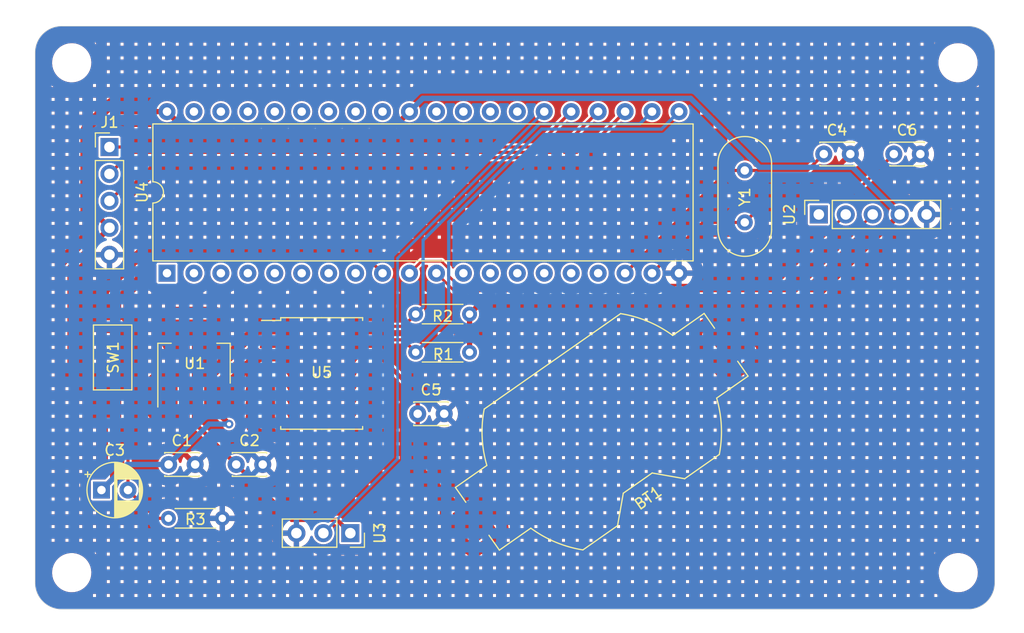
<source format=kicad_pcb>
(kicad_pcb (version 20221018) (generator pcbnew)
  (layers (0 "F.Cu" signal) (31 "B.Cu" signal) (34 "B.Paste" user) (35 "F.Paste" user) (36 "B.SilkS" user "B.Silkscreen") (37 "F.SilkS" user "F.Silkscreen") (38 "B.Mask" user) (39 "F.Mask" user) (44 "Edge.Cuts" user))
  (net 0 "")
  (net 1 "/VBAT")
  (net 2 "GND")
  (net 3 "+5V")
  (net 4 "/+3.3V")
  (net 5 "Net-(U4-~{RESET})")
  (net 6 "Net-(U4-X1)")
  (net 7 "Net-(U4-X2)")
  (net 8 "/SR_LCH")
  (net 9 "/SR_DAT")
  (net 10 "/SR_CLK")
  (net 11 "/I2C_SDA")
  (net 12 "/I2C_SCL")
  (net 13 "/PIR")
  (net 15 "/BLE_TXD")
  (net 16 "/BLE_RXD")
  (footprint "Connector_PinSocket_2.54mm:PinSocket_1x05_P2.54mm_Vertical" (layer "F.Cu") (at 155.92 139.61 90)
    (fp_text reference "U2" (at 0 -2.77 90) (layer "F.SilkS"))
    (fp_text value "JDY-34")
    (fp_line (start -1.33 1.27) (end -1.33 11.49) (stroke (width 0.12)) (layer "F.SilkS"))
    (fp_line (start -1.33 1.27) (end 1.33 1.27) (stroke (width 0.12)) (layer "F.SilkS"))
    (fp_line (start -1.33 11.49) (end 1.33 11.49) (stroke (width 0.12)) (layer "F.SilkS"))
    (fp_line (start 0 -1.33) (end 1.33 -1.33) (stroke (width 0.12)) (layer "F.SilkS"))
    (fp_line (start 1.33 -1.33) (end 1.33 0) (stroke (width 0.12)) (layer "F.SilkS"))
    (fp_line (start 1.33 1.27) (end 1.33 11.49) (stroke (width 0.12)) (layer "F.SilkS"))
    (pad "1" thru_hole rect (at 0 0 90) (size 1.7 1.7) (drill 1) (layers "*.Cu" "*.Mask"))
    (pad "2" thru_hole oval (at 0 2.54 90) (size 1.7 1.7) (drill 1) (layers "*.Cu" "*.Mask") (net 15 "/BLE_TXD"))
    (pad "3" thru_hole oval (at 0 5.08 90) (size 1.7 1.7) (drill 1) (layers "*.Cu" "*.Mask") (net 16 "/BLE_RXD"))
    (pad "4" thru_hole oval (at 0 7.62 90) (size 1.7 1.7) (drill 1) (layers "*.Cu" "*.Mask") (net 3 "+5V"))
    (pad "5" thru_hole oval (at 0 10.16 90) (size 1.7 1.7) (drill 1) (layers "*.Cu" "*.Mask") (net 2 "GND"))
  )
  (footprint "Resistor_THT:R_Axial_DIN0204_L3.6mm_D1.6mm_P5.08mm_Horizontal" (layer "F.Cu") (at 117.92 152.61)
    (fp_text reference "R1" (at 2.6 0.2) (layer "F.SilkS"))
    (fp_text value "10k")
    (fp_line (start 0.62 -0.92) (end 4.46 -0.92) (stroke (width 0.12)) (layer "F.SilkS"))
    (fp_line (start 0.62 0.92) (end 4.46 0.92) (stroke (width 0.12)) (layer "F.SilkS"))
    (pad "1" thru_hole circle (at 0 0) (size 1.4 1.4) (drill 0.7) (layers "*.Cu" "*.Mask") (net 11 "/I2C_SDA"))
    (pad "2" thru_hole oval (at 5.08 0) (size 1.4 1.4) (drill 0.7) (layers "*.Cu" "*.Mask") (net 3 "+5V"))
  )
  (footprint "Capacitor_THT:C_Disc_D3.0mm_W2.0mm_P2.50mm" (layer "F.Cu") (at 162.99 133.91)
    (fp_text reference "C6" (at 1.25 -2.25) (layer "F.SilkS"))
    (fp_text value "20pF")
    (fp_line (start -0.37 -1.12) (end -0.37 -1.055) (stroke (width 0.12)) (layer "F.SilkS"))
    (fp_line (start -0.37 -1.12) (end 2.87 -1.12) (stroke (width 0.12)) (layer "F.SilkS"))
    (fp_line (start -0.37 1.055) (end -0.37 1.12) (stroke (width 0.12)) (layer "F.SilkS"))
    (fp_line (start -0.37 1.12) (end 2.87 1.12) (stroke (width 0.12)) (layer "F.SilkS"))
    (fp_line (start 2.87 -1.12) (end 2.87 -1.055) (stroke (width 0.12)) (layer "F.SilkS"))
    (fp_line (start 2.87 1.055) (end 2.87 1.12) (stroke (width 0.12)) (layer "F.SilkS"))
    (pad "1" thru_hole circle (at 0 0) (size 1.6 1.6) (drill 0.8) (layers "*.Cu" "*.Mask") (net 7 "Net-(U4-X2)"))
    (pad "2" thru_hole circle (at 2.5 0) (size 1.6 1.6) (drill 0.8) (layers "*.Cu" "*.Mask") (net 2 "GND"))
  )
  (footprint "Capacitor_THT:CP_Radial_D5.0mm_P2.50mm" (layer "F.Cu") (at 88.305 165.608)
    (fp_text reference "C3" (at 1.25 -3.75) (layer "F.SilkS"))
    (fp_text value "10uF")
    (fp_line (start -1.554775 -1.475) (end -1.054775 -1.475) (stroke (width 0.12)) (layer "F.SilkS"))
    (fp_line (start -1.304775 -1.725) (end -1.304775 -1.225) (stroke (width 0.12)) (layer "F.SilkS"))
    (fp_line (start 1.25 -2.58) (end 1.25 2.58) (stroke (width 0.12)) (layer "F.SilkS"))
    (fp_line (start 1.29 -2.58) (end 1.29 2.58) (stroke (width 0.12)) (layer "F.SilkS"))
    (fp_line (start 1.33 -2.579) (end 1.33 2.579) (stroke (width 0.12)) (layer "F.SilkS"))
    (fp_line (start 1.37 -2.578) (end 1.37 2.578) (stroke (width 0.12)) (layer "F.SilkS"))
    (fp_line (start 1.41 -2.576) (end 1.41 2.576) (stroke (width 0.12)) (layer "F.SilkS"))
    (fp_line (start 1.45 -2.573) (end 1.45 2.573) (stroke (width 0.12)) (layer "F.SilkS"))
    (fp_line (start 1.49 -2.569) (end 1.49 -1.04) (stroke (width 0.12)) (layer "F.SilkS"))
    (fp_line (start 1.49 1.04) (end 1.49 2.569) (stroke (width 0.12)) (layer "F.SilkS"))
    (fp_line (start 1.53 -2.565) (end 1.53 -1.04) (stroke (width 0.12)) (layer "F.SilkS"))
    (fp_line (start 1.53 1.04) (end 1.53 2.565) (stroke (width 0.12)) (layer "F.SilkS"))
    (fp_line (start 1.57 -2.561) (end 1.57 -1.04) (stroke (width 0.12)) (layer "F.SilkS"))
    (fp_line (start 1.57 1.04) (end 1.57 2.561) (stroke (width 0.12)) (layer "F.SilkS"))
    (fp_line (start 1.61 -2.556) (end 1.61 -1.04) (stroke (width 0.12)) (layer "F.SilkS"))
    (fp_line (start 1.61 1.04) (end 1.61 2.556) (stroke (width 0.12)) (layer "F.SilkS"))
    (fp_line (start 1.65 -2.55) (end 1.65 -1.04) (stroke (width 0.12)) (layer "F.SilkS"))
    (fp_line (start 1.65 1.04) (end 1.65 2.55) (stroke (width 0.12)) (layer "F.SilkS"))
    (fp_line (start 1.69 -2.543) (end 1.69 -1.04) (stroke (width 0.12)) (layer "F.SilkS"))
    (fp_line (start 1.69 1.04) (end 1.69 2.543) (stroke (width 0.12)) (layer "F.SilkS"))
    (fp_line (start 1.73 -2.536) (end 1.73 -1.04) (stroke (width 0.12)) (layer "F.SilkS"))
    (fp_line (start 1.73 1.04) (end 1.73 2.536) (stroke (width 0.12)) (layer "F.SilkS"))
    (fp_line (start 1.77 -2.528) (end 1.77 -1.04) (stroke (width 0.12)) (layer "F.SilkS"))
    (fp_line (start 1.77 1.04) (end 1.77 2.528) (stroke (width 0.12)) (layer "F.SilkS"))
    (fp_line (start 1.81 -2.52) (end 1.81 -1.04) (stroke (width 0.12)) (layer "F.SilkS"))
    (fp_line (start 1.81 1.04) (end 1.81 2.52) (stroke (width 0.12)) (layer "F.SilkS"))
    (fp_line (start 1.85 -2.511) (end 1.85 -1.04) (stroke (width 0.12)) (layer "F.SilkS"))
    (fp_line (start 1.85 1.04) (end 1.85 2.511) (stroke (width 0.12)) (layer "F.SilkS"))
    (fp_line (start 1.89 -2.501) (end 1.89 -1.04) (stroke (width 0.12)) (layer "F.SilkS"))
    (fp_line (start 1.89 1.04) (end 1.89 2.501) (stroke (width 0.12)) (layer "F.SilkS"))
    (fp_line (start 1.93 -2.491) (end 1.93 -1.04) (stroke (width 0.12)) (layer "F.SilkS"))
    (fp_line (start 1.93 1.04) (end 1.93 2.491) (stroke (width 0.12)) (layer "F.SilkS"))
    (fp_line (start 1.971 -2.48) (end 1.971 -1.04) (stroke (width 0.12)) (layer "F.SilkS"))
    (fp_line (start 1.971 1.04) (end 1.971 2.48) (stroke (width 0.12)) (layer "F.SilkS"))
    (fp_line (start 2.011 -2.468) (end 2.011 -1.04) (stroke (width 0.12)) (layer "F.SilkS"))
    (fp_line (start 2.011 1.04) (end 2.011 2.468) (stroke (width 0.12)) (layer "F.SilkS"))
    (fp_line (start 2.051 -2.455) (end 2.051 -1.04) (stroke (width 0.12)) (layer "F.SilkS"))
    (fp_line (start 2.051 1.04) (end 2.051 2.455) (stroke (width 0.12)) (layer "F.SilkS"))
    (fp_line (start 2.091 -2.442) (end 2.091 -1.04) (stroke (width 0.12)) (layer "F.SilkS"))
    (fp_line (start 2.091 1.04) (end 2.091 2.442) (stroke (width 0.12)) (layer "F.SilkS"))
    (fp_line (start 2.131 -2.428) (end 2.131 -1.04) (stroke (width 0.12)) (layer "F.SilkS"))
    (fp_line (start 2.131 1.04) (end 2.131 2.428) (stroke (width 0.12)) (layer "F.SilkS"))
    (fp_line (start 2.171 -2.414) (end 2.171 -1.04) (stroke (width 0.12)) (layer "F.SilkS"))
    (fp_line (start 2.171 1.04) (end 2.171 2.414) (stroke (width 0.12)) (layer "F.SilkS"))
    (fp_line (start 2.211 -2.398) (end 2.211 -1.04) (stroke (width 0.12)) (layer "F.SilkS"))
    (fp_line (start 2.211 1.04) (end 2.211 2.398) (stroke (width 0.12)) (layer "F.SilkS"))
    (fp_line (start 2.251 -2.382) (end 2.251 -1.04) (stroke (width 0.12)) (layer "F.SilkS"))
    (fp_line (start 2.251 1.04) (end 2.251 2.382) (stroke (width 0.12)) (layer "F.SilkS"))
    (fp_line (start 2.291 -2.365) (end 2.291 -1.04) (stroke (width 0.12)) (layer "F.SilkS"))
    (fp_line (start 2.291 1.04) (end 2.291 2.365) (stroke (width 0.12)) (layer "F.SilkS"))
    (fp_line (start 2.331 -2.348) (end 2.331 -1.04) (stroke (width 0.12)) (layer "F.SilkS"))
    (fp_line (start 2.331 1.04) (end 2.331 2.348) (stroke (width 0.12)) (layer "F.SilkS"))
    (fp_line (start 2.371 -2.329) (end 2.371 -1.04) (stroke (width 0.12)) (layer "F.SilkS"))
    (fp_line (start 2.371 1.04) (end 2.371 2.329) (stroke (width 0.12)) (layer "F.SilkS"))
    (fp_line (start 2.411 -2.31) (end 2.411 -1.04) (stroke (width 0.12)) (layer "F.SilkS"))
    (fp_line (start 2.411 1.04) (end 2.411 2.31) (stroke (width 0.12)) (layer "F.SilkS"))
    (fp_line (start 2.451 -2.29) (end 2.451 -1.04) (stroke (width 0.12)) (layer "F.SilkS"))
    (fp_line (start 2.451 1.04) (end 2.451 2.29) (stroke (width 0.12)) (layer "F.SilkS"))
    (fp_line (start 2.491 -2.268) (end 2.491 -1.04) (stroke (width 0.12)) (layer "F.SilkS"))
    (fp_line (start 2.491 1.04) (end 2.491 2.268) (stroke (width 0.12)) (layer "F.SilkS"))
    (fp_line (start 2.531 -2.247) (end 2.531 -1.04) (stroke (width 0.12)) (layer "F.SilkS"))
    (fp_line (start 2.531 1.04) (end 2.531 2.247) (stroke (width 0.12)) (layer "F.SilkS"))
    (fp_line (start 2.571 -2.224) (end 2.571 -1.04) (stroke (width 0.12)) (layer "F.SilkS"))
    (fp_line (start 2.571 1.04) (end 2.571 2.224) (stroke (width 0.12)) (layer "F.SilkS"))
    (fp_line (start 2.611 -2.2) (end 2.611 -1.04) (stroke (width 0.12)) (layer "F.SilkS"))
    (fp_line (start 2.611 1.04) (end 2.611 2.2) (stroke (width 0.12)) (layer "F.SilkS"))
    (fp_line (start 2.651 -2.175) (end 2.651 -1.04) (stroke (width 0.12)) (layer "F.SilkS"))
    (fp_line (start 2.651 1.04) (end 2.651 2.175) (stroke (width 0.12)) (layer "F.SilkS"))
    (fp_line (start 2.691 -2.149) (end 2.691 -1.04) (stroke (width 0.12)) (layer "F.SilkS"))
    (fp_line (start 2.691 1.04) (end 2.691 2.149) (stroke (width 0.12)) (layer "F.SilkS"))
    (fp_line (start 2.731 -2.122) (end 2.731 -1.04) (stroke (width 0.12)) (layer "F.SilkS"))
    (fp_line (start 2.731 1.04) (end 2.731 2.122) (stroke (width 0.12)) (layer "F.SilkS"))
    (fp_line (start 2.771 -2.095) (end 2.771 -1.04) (stroke (width 0.12)) (layer "F.SilkS"))
    (fp_line (start 2.771 1.04) (end 2.771 2.095) (stroke (width 0.12)) (layer "F.SilkS"))
    (fp_line (start 2.811 -2.065) (end 2.811 -1.04) (stroke (width 0.12)) (layer "F.SilkS"))
    (fp_line (start 2.811 1.04) (end 2.811 2.065) (stroke (width 0.12)) (layer "F.SilkS"))
    (fp_line (start 2.851 -2.035) (end 2.851 -1.04) (stroke (width 0.12)) (layer "F.SilkS"))
    (fp_line (start 2.851 1.04) (end 2.851 2.035) (stroke (width 0.12)) (layer "F.SilkS"))
    (fp_line (start 2.891 -2.004) (end 2.891 -1.04) (stroke (width 0.12)) (layer "F.SilkS"))
    (fp_line (start 2.891 1.04) (end 2.891 2.004) (stroke (width 0.12)) (layer "F.SilkS"))
    (fp_line (start 2.931 -1.971) (end 2.931 -1.04) (stroke (width 0.12)) (layer "F.SilkS"))
    (fp_line (start 2.931 1.04) (end 2.931 1.971) (stroke (width 0.12)) (layer "F.SilkS"))
    (fp_line (start 2.971 -1.937) (end 2.971 -1.04) (stroke (width 0.12)) (layer "F.SilkS"))
    (fp_line (start 2.971 1.04) (end 2.971 1.937) (stroke (width 0.12)) (layer "F.SilkS"))
    (fp_line (start 3.011 -1.901) (end 3.011 -1.04) (stroke (width 0.12)) (layer "F.SilkS"))
    (fp_line (start 3.011 1.04) (end 3.011 1.901) (stroke (width 0.12)) (layer "F.SilkS"))
    (fp_line (start 3.051 -1.864) (end 3.051 -1.04) (stroke (width 0.12)) (layer "F.SilkS"))
    (fp_line (start 3.051 1.04) (end 3.051 1.864) (stroke (width 0.12)) (layer "F.SilkS"))
    (fp_line (start 3.091 -1.826) (end 3.091 -1.04) (stroke (width 0.12)) (layer "F.SilkS"))
    (fp_line (start 3.091 1.04) (end 3.091 1.826) (stroke (width 0.12)) (layer "F.SilkS"))
    (fp_line (start 3.131 -1.785) (end 3.131 -1.04) (stroke (width 0.12)) (layer "F.SilkS"))
    (fp_line (start 3.131 1.04) (end 3.131 1.785) (stroke (width 0.12)) (layer "F.SilkS"))
    (fp_line (start 3.171 -1.743) (end 3.171 -1.04) (stroke (width 0.12)) (layer "F.SilkS"))
    (fp_line (start 3.171 1.04) (end 3.171 1.743) (stroke (width 0.12)) (layer "F.SilkS"))
    (fp_line (start 3.211 -1.699) (end 3.211 -1.04) (stroke (width 0.12)) (layer "F.SilkS"))
    (fp_line (start 3.211 1.04) (end 3.211 1.699) (stroke (width 0.12)) (layer "F.SilkS"))
    (fp_line (start 3.251 -1.653) (end 3.251 -1.04) (stroke (width 0.12)) (layer "F.SilkS"))
    (fp_line (start 3.251 1.04) (end 3.251 1.653) (stroke (width 0.12)) (layer "F.SilkS"))
    (fp_line (start 3.291 -1.605) (end 3.291 -1.04) (stroke (width 0.12)) (layer "F.SilkS"))
    (fp_line (start 3.291 1.04) (end 3.291 1.605) (stroke (width 0.12)) (layer "F.SilkS"))
    (fp_line (start 3.331 -1.554) (end 3.331 -1.04) (stroke (width 0.12)) (layer "F.SilkS"))
    (fp_line (start 3.331 1.04) (end 3.331 1.554) (stroke (width 0.12)) (layer "F.SilkS"))
    (fp_line (start 3.371 -1.5) (end 3.371 -1.04) (stroke (width 0.12)) (layer "F.SilkS"))
    (fp_line (start 3.371 1.04) (end 3.371 1.5) (stroke (width 0.12)) (layer "F.SilkS"))
    (fp_line (start 3.411 -1.443) (end 3.411 -1.04) (stroke (width 0.12)) (layer "F.SilkS"))
    (fp_line (start 3.411 1.04) (end 3.411 1.443) (stroke (width 0.12)) (layer "F.SilkS"))
    (fp_line (start 3.451 -1.383) (end 3.451 -1.04) (stroke (width 0.12)) (layer "F.SilkS"))
    (fp_line (start 3.451 1.04) (end 3.451 1.383) (stroke (width 0.12)) (layer "F.SilkS"))
    (fp_line (start 3.491 -1.319) (end 3.491 -1.04) (stroke (width 0.12)) (layer "F.SilkS"))
    (fp_line (start 3.491 1.04) (end 3.491 1.319) (stroke (width 0.12)) (layer "F.SilkS"))
    (fp_line (start 3.531 -1.251) (end 3.531 -1.04) (stroke (width 0.12)) (layer "F.SilkS"))
    (fp_line (start 3.531 1.04) (end 3.531 1.251) (stroke (width 0.12)) (layer "F.SilkS"))
    (fp_line (start 3.571 -1.178) (end 3.571 1.178) (stroke (width 0.12)) (layer "F.SilkS"))
    (fp_line (start 3.611 -1.098) (end 3.611 1.098) (stroke (width 0.12)) (layer "F.SilkS"))
    (fp_line (start 3.651 -1.011) (end 3.651 1.011) (stroke (width 0.12)) (layer "F.SilkS"))
    (fp_line (start 3.691 -0.915) (end 3.691 0.915) (stroke (width 0.12)) (layer "F.SilkS"))
    (fp_line (start 3.731 -0.805) (end 3.731 0.805) (stroke (width 0.12)) (layer "F.SilkS"))
    (fp_line (start 3.771 -0.677) (end 3.771 0.677) (stroke (width 0.12)) (layer "F.SilkS"))
    (fp_line (start 3.811 -0.518) (end 3.811 0.518) (stroke (width 0.12)) (layer "F.SilkS"))
    (fp_line (start 3.851 -0.284) (end 3.851 0.284) (stroke (width 0.12)) (layer "F.SilkS"))
    (fp_circle (center 1.25 0) (end 3.87 0) (stroke (width 0.12)) (fill none) (layer "F.SilkS"))
    (pad "1" thru_hole rect (at 0 0) (size 1.6 1.6) (drill 0.8) (layers "*.Cu" "*.Mask") (net 3 "+5V"))
    (pad "2" thru_hole circle (at 2.5 0) (size 1.6 1.6) (drill 0.8) (layers "*.Cu" "*.Mask") (net 5 "Net-(U4-~{RESET})"))
  )
  (footprint "MountingHole:MountingHole_3.2mm_M3" (layer "F.Cu") (at 85.5 125.3)
    (fp_text reference "H1" hide)
    (fp_text value "MountingHole" hide)
    (pad "" np_thru_hole circle (at 0 0) (size 3.2 3.2) (drill 3.2) (layers "*.Cu" "*.Mask"))
  )
  (footprint "Crystal:Crystal_HC18-U_Vertical" (layer "F.Cu") (at 148.94 140.36 90)
    (fp_text reference "Y1" (at 2.4 0 90) (layer "F.SilkS"))
    (fp_text value "11.0592MHz")
    (fp_line (start -0.675 -2.525) (end 5.575 -2.525) (stroke (width 0.12)) (layer "F.SilkS"))
    (fp_line (start -0.675 2.525) (end 5.575 2.525) (stroke (width 0.12)) (layer "F.SilkS"))
    (fp_arc (start -0.675 2.525) (mid -3.2 0) (end -0.675 -2.525) (stroke (width 0.12)) (layer "F.SilkS"))
    (fp_arc (start 5.575 -2.525) (mid 8.1 0) (end 5.575 2.525) (stroke (width 0.12)) (layer "F.SilkS"))
    (pad "1" thru_hole circle (at 0 0 90) (size 1.5 1.5) (drill 0.8) (layers "*.Cu" "*.Mask") (net 7 "Net-(U4-X2)"))
    (pad "2" thru_hole circle (at 4.9 0 90) (size 1.5 1.5) (drill 0.8) (layers "*.Cu" "*.Mask") (net 6 "Net-(U4-X1)"))
  )
  (footprint "Connector_PinHeader_2.54mm:PinHeader_1x05_P2.54mm_Vertical" (layer "F.Cu") (at 89.06 133.25)
    (fp_text reference "J1" (at 0 -2.33) (layer "F.SilkS"))
    (fp_text value "Conn_01x05")
    (fp_line (start -1.33 -1.33) (end 0 -1.33) (stroke (width 0.12)) (layer "F.SilkS"))
    (fp_line (start -1.33 0) (end -1.33 -1.33) (stroke (width 0.12)) (layer "F.SilkS"))
    (fp_line (start -1.33 1.27) (end -1.33 11.49) (stroke (width 0.12)) (layer "F.SilkS"))
    (fp_line (start -1.33 1.27) (end 1.33 1.27) (stroke (width 0.12)) (layer "F.SilkS"))
    (fp_line (start -1.33 11.49) (end 1.33 11.49) (stroke (width 0.12)) (layer "F.SilkS"))
    (fp_line (start 1.33 1.27) (end 1.33 11.49) (stroke (width 0.12)) (layer "F.SilkS"))
    (pad "1" thru_hole rect (at 0 0) (size 1.7 1.7) (drill 1) (layers "*.Cu" "*.Mask") (net 8 "/SR_LCH"))
    (pad "2" thru_hole oval (at 0 2.54) (size 1.7 1.7) (drill 1) (layers "*.Cu" "*.Mask") (net 9 "/SR_DAT"))
    (pad "3" thru_hole oval (at 0 5.08) (size 1.7 1.7) (drill 1) (layers "*.Cu" "*.Mask") (net 10 "/SR_CLK"))
    (pad "4" thru_hole oval (at 0 7.62) (size 1.7 1.7) (drill 1) (layers "*.Cu" "*.Mask") (net 3 "+5V"))
    (pad "5" thru_hole oval (at 0 10.16) (size 1.7 1.7) (drill 1) (layers "*.Cu" "*.Mask") (net 2 "GND"))
  )
  (footprint "Battery:BatteryHolder_Keystone_1058_1x2032" (layer "F.Cu") (at 135.46 160.11 35)
    (fp_text reference "BT1" (at 0 7.62 35) (layer "F.SilkS"))
    (fp_text value "3V")
    (fp_line (start -14.31 -3.61) (end -10.692 -3.61) (stroke (width 0.12)) (layer "F.SilkS"))
    (fp_line (start -14.31 -1.9) (end -14.31 -3.61) (stroke (width 0.12)) (layer "F.SilkS"))
    (fp_line (start -14.31 1.9) (end -14.31 3.61) (stroke (width 0.12)) (layer "F.SilkS"))
    (fp_line (start -10.692 3.61) (end -14.31 3.61) (stroke (width 0.12)) (layer "F.SilkS"))
    (fp_line (start -7.8473 -8.11) (end 7.8473 -8.11) (stroke (width 0.12)) (layer "F.SilkS"))
    (fp_line (start -3.86 8.11) (end -7.8473 8.11) (stroke (width 0.12)) (layer "F.SilkS"))
    (fp_line (start -1.66 5.91) (end -3.86 8.11) (stroke (width 0.12)) (layer "F.SilkS"))
    (fp_line (start 1.66 5.91) (end -1.66 5.91) (stroke (width 0.12)) (layer "F.SilkS"))
    (fp_line (start 1.66 5.91) (end 3.86 8.11) (stroke (width 0.12)) (layer "F.SilkS"))
    (fp_line (start 7.8473 8.11) (end 3.86 8.11) (stroke (width 0.12)) (layer "F.SilkS"))
    (fp_line (start 10.692 -3.61) (end 14.31 -3.61) (stroke (width 0.12)) (layer "F.SilkS"))
    (fp_line (start 14.31 -1.9) (end 14.31 -3.61) (stroke (width 0.12)) (layer "F.SilkS"))
    (fp_line (start 14.31 1.9) (end 14.31 3.61) (stroke (width 0.12)) (layer "F.SilkS"))
    (fp_line (start 14.31 3.61) (end 10.692 3.61) (stroke (width 0.12)) (layer "F.SilkS"))
    (fp_arc (start -10.692 -3.61) (mid -9.538084 -6.031244) (end -7.845371 -8.111789) (stroke (width 0.12)) (layer "F.SilkS"))
    (fp_arc (start -7.845371 8.111789) (mid -9.538085 6.031244) (end -10.692 3.61) (stroke (width 0.12)) (layer "F.SilkS"))
    (fp_arc (start 7.845371 -8.111789) (mid 9.538085 -6.031244) (end 10.692 -3.61) (stroke (width 0.12)) (layer "F.SilkS"))
    (fp_arc (start 10.692 3.61) (mid 9.538084 6.031244) (end 7.845371 8.111789) (stroke (width 0.12)) (layer "F.SilkS"))
    (pad "1" smd rect (at -14.68 0 35) (size 2.54 3.51) (layers "F.Cu" "F.Paste" "F.Mask") (net 1 "/VBAT"))
    (pad "2" smd rect (at 14.68 0 35) (size 2.54 3.51) (layers "F.Cu" "F.Paste" "F.Mask") (net 2 "GND"))
  )
  (footprint "MountingHole:MountingHole_3.2mm_M3" (layer "F.Cu") (at 85.5 173.4)
    (fp_text reference "H3" hide)
    (fp_text value "MountingHole" hide)
    (pad "" np_thru_hole circle (at 0 0) (size 3.2 3.2) (drill 3.2) (layers "*.Cu" "*.Mask"))
  )
  (footprint "Capacitor_THT:C_Disc_D3.0mm_W2.0mm_P2.50mm" (layer "F.Cu") (at 94.635 163.195)
    (fp_text reference "C1" (at 1.25 -2.25) (layer "F.SilkS"))
    (fp_text value "0.1uF")
    (fp_line (start -0.37 -1.12) (end -0.37 -1.055) (stroke (width 0.12)) (layer "F.SilkS"))
    (fp_line (start -0.37 -1.12) (end 2.87 -1.12) (stroke (width 0.12)) (layer "F.SilkS"))
    (fp_line (start -0.37 1.055) (end -0.37 1.12) (stroke (width 0.12)) (layer "F.SilkS"))
    (fp_line (start -0.37 1.12) (end 2.87 1.12) (stroke (width 0.12)) (layer "F.SilkS"))
    (fp_line (start 2.87 -1.12) (end 2.87 -1.055) (stroke (width 0.12)) (layer "F.SilkS"))
    (fp_line (start 2.87 1.055) (end 2.87 1.12) (stroke (width 0.12)) (layer "F.SilkS"))
    (pad "1" thru_hole circle (at 0 0) (size 1.6 1.6) (drill 0.8) (layers "*.Cu" "*.Mask") (net 3 "+5V"))
    (pad "2" thru_hole circle (at 2.5 0) (size 1.6 1.6) (drill 0.8) (layers "*.Cu" "*.Mask") (net 2 "GND"))
  )
  (footprint "Package_TO_SOT_SMD:SOT-223-3_TabPin2" (layer "F.Cu") (at 97.028 153.67 90)
    (fp_text reference "U1" (at 0 0.068 180) (layer "F.SilkS"))
    (fp_text value "AMS1117-3.3")
    (fp_line (start -4.1 -3.41) (end 1.91 -3.41) (stroke (width 0.12)) (layer "F.SilkS"))
    (fp_line (start -1.85 3.41) (end 1.91 3.41) (stroke (width 0.12)) (layer "F.SilkS"))
    (fp_line (start 1.91 -3.41) (end 1.91 -2.15) (stroke (width 0.12)) (layer "F.SilkS"))
    (fp_line (start 1.91 3.41) (end 1.91 2.15) (stroke (width 0.12)) (layer "F.SilkS"))
    (pad "1" smd rect (at -3.15 -2.3 90) (size 2 1.5) (layers "F.Cu" "F.Paste" "F.Mask") (net 2 "GND"))
    (pad "2" smd rect (at -3.15 0 90) (size 2 1.5) (layers "F.Cu" "F.Paste" "F.Mask") (net 4 "/+3.3V"))
    (pad "2" smd rect (at 3.15 0 90) (size 2 3.8) (layers "F.Cu" "F.Paste" "F.Mask") (net 4 "/+3.3V"))
    (pad "3" smd rect (at -3.15 2.3 90) (size 2 1.5) (layers "F.Cu" "F.Paste" "F.Mask") (net 3 "+5V"))
  )
  (footprint "Connector_PinSocket_2.54mm:PinSocket_1x03_P2.54mm_Vertical" (layer "F.Cu") (at 111.76 169.672 -90)
    (fp_text reference "U3" (at 0 -2.77 90) (layer "F.SilkS"))
    (fp_text value "AM312")
    (fp_line (start -1.33 1.27) (end -1.33 6.41) (stroke (width 0.12)) (layer "F.SilkS"))
    (fp_line (start -1.33 1.27) (end 1.33 1.27) (stroke (width 0.12)) (layer "F.SilkS"))
    (fp_line (start -1.33 6.41) (end 1.33 6.41) (stroke (width 0.12)) (layer "F.SilkS"))
    (fp_line (start 0 -1.33) (end 1.33 -1.33) (stroke (width 0.12)) (layer "F.SilkS"))
    (fp_line (start 1.33 -1.33) (end 1.33 0) (stroke (width 0.12)) (layer "F.SilkS"))
    (fp_line (start 1.33 1.27) (end 1.33 6.41) (stroke (width 0.12)) (layer "F.SilkS"))
    (pad "1" thru_hole rect (at 0 0 270) (size 1.7 1.7) (drill 1) (layers "*.Cu" "*.Mask") (net 4 "/+3.3V"))
    (pad "2" thru_hole oval (at 0 2.54 270) (size 1.7 1.7) (drill 1) (layers "*.Cu" "*.Mask") (net 13 "/PIR"))
    (pad "3" thru_hole oval (at 0 5.08 270) (size 1.7 1.7) (drill 1) (layers "*.Cu" "*.Mask") (net 2 "GND"))
  )
  (footprint "MountingHole:MountingHole_3.2mm_M3" (layer "F.Cu") (at 169.06 173.4)
    (fp_text reference "H4" hide)
    (fp_text value "MountingHole" hide)
    (pad "" np_thru_hole circle (at 0 0) (size 3.2 3.2) (drill 3.2) (layers "*.Cu" "*.Mask"))
  )
  (footprint "Resistor_THT:R_Axial_DIN0204_L3.6mm_D1.6mm_P5.08mm_Horizontal" (layer "F.Cu") (at 94.615 168.275)
    (fp_text reference "R3" (at 2.54 0.1) (layer "F.SilkS"))
    (fp_text value "10k")
    (fp_line (start 0.62 -0.92) (end 4.46 -0.92) (stroke (width 0.12)) (layer "F.SilkS"))
    (fp_line (start 0.62 0.92) (end 4.46 0.92) (stroke (width 0.12)) (layer "F.SilkS"))
    (pad "1" thru_hole circle (at 0 0) (size 1.4 1.4) (drill 0.7) (layers "*.Cu" "*.Mask") (net 5 "Net-(U4-~{RESET})"))
    (pad "2" thru_hole oval (at 5.08 0) (size 1.4 1.4) (drill 0.7) (layers "*.Cu" "*.Mask") (net 2 "GND"))
  )
  (footprint "Package_SO:SOIC-16W_7.5x10.3mm_P1.27mm" (layer "F.Cu") (at 109.06 154.61)
    (fp_text reference "U5" (at 0 -0.095) (layer "F.SilkS"))
    (fp_text value "DS3231M")
    (fp_line (start -3.86 -5.26) (end -3.86 -5.005) (stroke (width 0.12)) (layer "F.SilkS"))
    (fp_line (start -3.86 -5.005) (end -5.675 -5.005) (stroke (width 0.12)) (layer "F.SilkS"))
    (fp_line (start -3.86 5.26) (end -3.86 5.005) (stroke (width 0.12)) (layer "F.SilkS"))
    (fp_line (start 0 -5.26) (end -3.86 -5.26) (stroke (width 0.12)) (layer "F.SilkS"))
    (fp_line (start 0 -5.26) (end 3.86 -5.26) (stroke (width 0.12)) (layer "F.SilkS"))
    (fp_line (start 0 5.26) (end -3.86 5.26) (stroke (width 0.12)) (layer "F.SilkS"))
    (fp_line (start 0 5.26) (end 3.86 5.26) (stroke (width 0.12)) (layer "F.SilkS"))
    (fp_line (start 3.86 -5.26) (end 3.86 -5.005) (stroke (width 0.12)) (layer "F.SilkS"))
    (fp_line (start 3.86 5.26) (end 3.86 5.005) (stroke (width 0.12)) (layer "F.SilkS"))
    (pad "1" smd roundrect (at -4.65 -4.445) (size 2.05 0.6) (layers "F.Cu" "F.Paste" "F.Mask"))
    (pad "2" smd roundrect (at -4.65 -3.175) (size 2.05 0.6) (layers "F.Cu" "F.Paste" "F.Mask") (net 3 "+5V"))
    (pad "3" smd roundrect (at -4.65 -1.905) (size 2.05 0.6) (layers "F.Cu" "F.Paste" "F.Mask"))
    (pad "4" smd roundrect (at -4.65 -0.635) (size 2.05 0.6) (layers "F.Cu" "F.Paste" "F.Mask"))
    (pad "5" smd roundrect (at -4.65 0.635) (size 2.05 0.6) (layers "F.Cu" "F.Paste" "F.Mask") (net 2 "GND"))
    (pad "6" smd roundrect (at -4.65 1.905) (size 2.05 0.6) (layers "F.Cu" "F.Paste" "F.Mask") (net 2 "GND"))
    (pad "7" smd roundrect (at -4.65 3.175) (size 2.05 0.6) (layers "F.Cu" "F.Paste" "F.Mask") (net 2 "GND"))
    (pad "8" smd roundrect (at -4.65 4.445) (size 2.05 0.6) (layers "F.Cu" "F.Paste" "F.Mask") (net 2 "GND"))
    (pad "9" smd roundrect (at 4.65 4.445) (size 2.05 0.6) (layers "F.Cu" "F.Paste" "F.Mask") (net 2 "GND"))
    (pad "10" smd roundrect (at 4.65 3.175) (size 2.05 0.6) (layers "F.Cu" "F.Paste" "F.Mask") (net 2 "GND"))
    (pad "11" smd roundrect (at 4.65 1.905) (size 2.05 0.6) (layers "F.Cu" "F.Paste" "F.Mask") (net 2 "GND"))
    (pad "12" smd roundrect (at 4.65 0.635) (size 2.05 0.6) (layers "F.Cu" "F.Paste" "F.Mask") (net 2 "GND"))
    (pad "13" smd roundrect (at 4.65 -0.635) (size 2.05 0.6) (layers "F.Cu" "F.Paste" "F.Mask") (net 2 "GND"))
    (pad "14" smd roundrect (at 4.65 -1.905) (size 2.05 0.6) (layers "F.Cu" "F.Paste" "F.Mask") (net 1 "/VBAT"))
    (pad "15" smd roundrect (at 4.65 -3.175) (size 2.05 0.6) (layers "F.Cu" "F.Paste" "F.Mask") (net 11 "/I2C_SDA"))
    (pad "16" smd roundrect (at 4.65 -4.445) (size 2.05 0.6) (layers "F.Cu" "F.Paste" "F.Mask") (net 12 "/I2C_SCL"))
  )
  (footprint "Capacitor_THT:C_Disc_D3.0mm_W2.0mm_P2.50mm" (layer "F.Cu") (at 156.39 133.91)
    (fp_text reference "C4" (at 1.25 -2.25) (layer "F.SilkS"))
    (fp_text value "20pF")
    (fp_line (start -0.37 -1.12) (end -0.37 -1.055) (stroke (width 0.12)) (layer "F.SilkS"))
    (fp_line (start -0.37 -1.12) (end 2.87 -1.12) (stroke (width 0.12)) (layer "F.SilkS"))
    (fp_line (start -0.37 1.055) (end -0.37 1.12) (stroke (width 0.12)) (layer "F.SilkS"))
    (fp_line (start -0.37 1.12) (end 2.87 1.12) (stroke (width 0.12)) (layer "F.SilkS"))
    (fp_line (start 2.87 -1.12) (end 2.87 -1.055) (stroke (width 0.12)) (layer "F.SilkS"))
    (fp_line (start 2.87 1.055) (end 2.87 1.12) (stroke (width 0.12)) (layer "F.SilkS"))
    (pad "1" thru_hole circle (at 0 0) (size 1.6 1.6) (drill 0.8) (layers "*.Cu" "*.Mask") (net 6 "Net-(U4-X1)"))
    (pad "2" thru_hole circle (at 2.5 0) (size 1.6 1.6) (drill 0.8) (layers "*.Cu" "*.Mask") (net 2 "GND"))
  )
  (footprint "MountingHole:MountingHole_3.2mm_M3" (layer "F.Cu") (at 169.04 125.3)
    (fp_text reference "H2" hide)
    (fp_text value "MountingHole" hide)
    (pad "" np_thru_hole circle (at 0 0) (size 3.2 3.2) (drill 3.2) (layers "*.Cu" "*.Mask"))
  )
  (footprint "Resistor_THT:R_Axial_DIN0204_L3.6mm_D1.6mm_P5.08mm_Horizontal" (layer "F.Cu") (at 117.92 149.01)
    (fp_text reference "R2" (at 2.54 0.2) (layer "F.SilkS"))
    (fp_text value "10k")
    (fp_line (start 0.62 -0.92) (end 4.46 -0.92) (stroke (width 0.12)) (layer "F.SilkS"))
    (fp_line (start 0.62 0.92) (end 4.46 0.92) (stroke (width 0.12)) (layer "F.SilkS"))
    (pad "1" thru_hole circle (at 0 0) (size 1.4 1.4) (drill 0.7) (layers "*.Cu" "*.Mask") (net 12 "/I2C_SCL"))
    (pad "2" thru_hole oval (at 5.08 0) (size 1.4 1.4) (drill 0.7) (layers "*.Cu" "*.Mask") (net 3 "+5V"))
  )
  (footprint "Package_DIP:DIP-40_W15.24mm" (layer "F.Cu") (at 94.48 145.15 90)
    (fp_text reference "U4" (at 7.62 -2.33 90) (layer "F.SilkS"))
    (fp_text value "AT89C52")
    (fp_line (start 1.16 -1.33) (end 1.16 49.59) (stroke (width 0.12)) (layer "F.SilkS"))
    (fp_line (start 1.16 49.59) (end 14.08 49.59) (stroke (width 0.12)) (layer "F.SilkS"))
    (fp_line (start 6.62 -1.33) (end 1.16 -1.33) (stroke (width 0.12)) (layer "F.SilkS"))
    (fp_line (start 14.08 -1.33) (end 8.62 -1.33) (stroke (width 0.12)) (layer "F.SilkS"))
    (fp_line (start 14.08 49.59) (end 14.08 -1.33) (stroke (width 0.12)) (layer "F.SilkS"))
    (fp_arc (start 8.62 -1.33) (mid 7.62 -0.33) (end 6.62 -1.33) (stroke (width 0.12)) (layer "F.SilkS"))
    (pad "1" thru_hole rect (at 0 0 90) (size 1.6 1.6) (drill 0.8) (layers "*.Cu" "*.Mask"))
    (pad "2" thru_hole oval (at 0 2.54 90) (size 1.6 1.6) (drill 0.8) (layers "*.Cu" "*.Mask"))
    (pad "3" thru_hole oval (at 0 5.08 90) (size 1.6 1.6) (drill 0.8) (layers "*.Cu" "*.Mask"))
    (pad "4" thru_hole oval (at 0 7.62 90) (size 1.6 1.6) (drill 0.8) (layers "*.Cu" "*.Mask"))
    (pad "5" thru_hole oval (at 0 10.16 90) (size 1.6 1.6) (drill 0.8) (layers "*.Cu" "*.Mask"))
    (pad "6" thru_hole oval (at 0 12.7 90) (size 1.6 1.6) (drill 0.8) (layers "*.Cu" "*.Mask"))
    (pad "7" thru_hole oval (at 0 15.24 90) (size 1.6 1.6) (drill 0.8) (layers "*.Cu" "*.Mask"))
    (pad "8" thru_hole oval (at 0 17.78 90) (size 1.6 1.6) (drill 0.8) (layers "*.Cu" "*.Mask"))
    (pad "9" thru_hole oval (at 0 20.32 90) (size 1.6 1.6) (drill 0.8) (layers "*.Cu" "*.Mask") (net 5 "Net-(U4-~{RESET})"))
    (pad "10" thru_hole oval (at 0 22.86 90) (size 1.6 1.6) (drill 0.8) (layers "*.Cu" "*.Mask") (net 15 "/BLE_TXD"))
    (pad "11" thru_hole oval (at 0 25.4 90) (size 1.6 1.6) (drill 0.8) (layers "*.Cu" "*.Mask") (net 16 "/BLE_RXD"))
    (pad "12" thru_hole oval (at 0 27.94 90) (size 1.6 1.6) (drill 0.8) (layers "*.Cu" "*.Mask"))
    (pad "13" thru_hole oval (at 0 30.48 90) (size 1.6 1.6) (drill 0.8) (layers "*.Cu" "*.Mask"))
    (pad "14" thru_hole oval (at 0 33.02 90) (size 1.6 1.6) (drill 0.8) (layers "*.Cu" "*.Mask"))
    (pad "15" thru_hole oval (at 0 35.56 90) (size 1.6 1.6) (drill 0.8) (layers "*.Cu" "*.Mask"))
    (pad "16" thru_hole oval (at 0 38.1 90) (size 1.6 1.6) (drill 0.8) (layers "*.Cu" "*.Mask"))
    (pad "17" thru_hole oval (at 0 40.64 90) (size 1.6 1.6) (drill 0.8) (layers "*.Cu" "*.Mask"))
    (pad "18" thru_hole oval (at 0 43.18 90) (size 1.6 1.6) (drill 0.8) (layers "*.Cu" "*.Mask") (net 6 "Net-(U4-X1)"))
    (pad "19" thru_hole oval (at 0 45.72 90) (size 1.6 1.6) (drill 0.8) (layers "*.Cu" "*.Mask") (net 7 "Net-(U4-X2)"))
    (pad "20" thru_hole oval (at 0 48.26 90) (size 1.6 1.6) (drill 0.8) (layers "*.Cu" "*.Mask") (net 2 "GND"))
    (pad "21" thru_hole oval (at 15.24 48.26 90) (size 1.6 1.6) (drill 0.8) (layers "*.Cu" "*.Mask") (net 11 "/I2C_SDA"))
    (pad "22" thru_hole oval (at 15.24 45.72 90) (size 1.6 1.6) (drill 0.8) (layers "*.Cu" "*.Mask") (net 12 "/I2C_SCL"))
    (pad "23" thru_hole oval (at 15.24 43.18 90) (size 1.6 1.6) (drill 0.8) (layers "*.Cu" "*.Mask") (net 10 "/SR_CLK"))
    (pad "24" thru_hole oval (at 15.24 40.64 90) (size 1.6 1.6) (drill 0.8) (layers "*.Cu" "*.Mask") (net 9 "/SR_DAT"))
    (pad "25" thru_hole oval (at 15.24 38.1 90) (size 1.6 1.6) (drill 0.8) (layers "*.Cu" "*.Mask") (net 8 "/SR_LCH"))
    (pad "26" thru_hole oval (at 15.24 35.56 90) (size 1.6 1.6) (drill 0.8) (layers "*.Cu" "*.Mask") (net 13 "/PIR"))
    (pad "27" thru_hole oval (at 15.24 33.02 90) (size 1.6 1.6) (drill 0.8) (layers "*.Cu" "*.Mask"))
    (pad "28" thru_hole oval (at 15.24 30.48 90) (size 1.6 1.6) (drill 0.8) (layers "*.Cu" "*.Mask"))
    (pad "29" thru_hole oval (at 15.24 27.94 90) (size 1.6 1.6) (drill 0.8) (layers "*.Cu" "*.Mask"))
    (pad "30" thru_hole oval (at 15.24 25.4 90) (size 1.6 1.6) (drill 0.8) (layers "*.Cu" "*.Mask"))
    (pad "31" thru_hole oval (at 15.24 22.86 90) (size 1.6 1.6) (drill 0.8) (layers "*.Cu" "*.Mask") (net 3 "+5V"))
    (pad "32" thru_hole oval (at 15.24 20.32 90) (size 1.6 1.6) (drill 0.8) (layers "*.Cu" "*.Mask"))
    (pad "33" thru_hole oval (at 15.24 17.78 90) (size 1.6 1.6) (drill 0.8) (layers "*.Cu" "*.Mask"))
    (pad "34" thru_hole oval (at 15.24 15.24 90) (size 1.6 1.6) (drill 0.8) (layers "*.Cu" "*.Mask"))
    (pad "35" thru_hole oval (at 15.24 12.7 90) (size 1.6 1.6) (drill 0.8) (layers "*.Cu" "*.Mask"))
    (pad "36" thru_hole oval (at 15.24 10.16 90) (size 1.6 1.6) (drill 0.8) (layers "*.Cu" "*.Mask"))
    (pad "37" thru_hole oval (at 15.24 7.62 90) (size 1.6 1.6) (drill 0.8) (layers "*.Cu" "*.Mask"))
    (pad "38" thru_hole oval (at 15.24 5.08 90) (size 1.6 1.6) (drill 0.8) (layers "*.Cu" "*.Mask"))
    (pad "39" thru_hole oval (at 15.24 2.54 90) (size 1.6 1.6) (drill 0.8) (layers "*.Cu" "*.Mask"))
    (pad "40" thru_hole oval (at 15.24 0 90) (size 1.6 1.6) (drill 0.8) (layers "*.Cu" "*.Mask") (net 3 "+5V"))
  )
  (footprint "Capacitor_THT:C_Disc_D3.0mm_W2.0mm_P2.50mm" (layer "F.Cu") (at 101.005 163.195)
    (fp_text reference "C2" (at 1.25 -2.25) (layer "F.SilkS"))
    (fp_text value "0.1uF")
    (fp_line (start -0.37 -1.12) (end -0.37 -1.055) (stroke (width 0.12)) (layer "F.SilkS"))
    (fp_line (start -0.37 -1.12) (end 2.87 -1.12) (stroke (width 0.12)) (layer "F.SilkS"))
    (fp_line (start -0.37 1.055) (end -0.37 1.12) (stroke (width 0.12)) (layer "F.SilkS"))
    (fp_line (start -0.37 1.12) (end 2.87 1.12) (stroke (width 0.12)) (layer "F.SilkS"))
    (fp_line (start 2.87 -1.12) (end 2.87 -1.055) (stroke (width 0.12)) (layer "F.SilkS"))
    (fp_line (start 2.87 1.055) (end 2.87 1.12) (stroke (width 0.12)) (layer "F.SilkS"))
    (pad "1" thru_hole circle (at 0 0) (size 1.6 1.6) (drill 0.8) (layers "*.Cu" "*.Mask") (net 4 "/+3.3V"))
    (pad "2" thru_hole circle (at 2.5 0) (size 1.6 1.6) (drill 0.8) (layers "*.Cu" "*.Mask") (net 2 "GND"))
  )
  (footprint "Capacitor_THT:C_Disc_D3.0mm_W2.0mm_P2.50mm" (layer "F.Cu") (at 118.11 158.41)
    (fp_text reference "C5" (at 1.25 -2.25) (layer "F.SilkS"))
    (fp_text value "0.1uF")
    (fp_line (start -0.37 -1.12) (end -0.37 -1.055) (stroke (width 0.12)) (layer "F.SilkS"))
    (fp_line (start -0.37 -1.12) (end 2.87 -1.12) (stroke (width 0.12)) (layer "F.SilkS"))
    (fp_line (start -0.37 1.055) (end -0.37 1.12) (stroke (width 0.12)) (layer "F.SilkS"))
    (fp_line (start -0.37 1.12) (end 2.87 1.12) (stroke (width 0.12)) (layer "F.SilkS"))
    (fp_line (start 2.87 -1.12) (end 2.87 -1.055) (stroke (width 0.12)) (layer "F.SilkS"))
    (fp_line (start 2.87 1.055) (end 2.87 1.12) (stroke (width 0.12)) (layer "F.SilkS"))
    (pad "1" thru_hole circle (at 0 0) (size 1.6 1.6) (drill 0.8) (layers "*.Cu" "*.Mask") (net 1 "/VBAT"))
    (pad "2" thru_hole circle (at 2.5 0) (size 1.6 1.6) (drill 0.8) (layers "*.Cu" "*.Mask") (net 2 "GND"))
  )
  (footprint "Button_Switch_SMD:SW_SPST_FSMSM" (layer "F.Cu") (at 89.36 153.1 90)
    (fp_text reference "SW1" (at 0 0.05 90) (layer "F.SilkS"))
    (fp_text value "SW_Push")
    (fp_line (start -3.06 -1.81) (end 3.06 -1.81) (stroke (width 0.12)) (layer "F.SilkS"))
    (fp_line (start -3.06 1.81) (end -3.06 -1.81) (stroke (width 0.12)) (layer "F.SilkS"))
    (fp_line (start 3.06 -1.81) (end 3.06 1.81) (stroke (width 0.12)) (layer "F.SilkS"))
    (fp_line (start 3.06 1.81) (end -3.06 1.81) (stroke (width 0.12)) (layer "F.SilkS"))
    (pad "1" smd rect (at -4.59 0 90) (size 2.18 1.6) (layers "F.Cu" "F.Paste" "F.Mask") (net 3 "+5V"))
    (pad "2" smd rect (at 4.59 0 90) (size 2.18 1.6) (layers "F.Cu" "F.Paste" "F.Mask") (net 5 "Net-(U4-~{RESET})"))
  )
  (gr_arc (start 82.05 124.35) (mid 82.782233 122.582233) (end 84.55 121.85) (stroke (width 0.05)) (layer "Edge.Cuts"))
  (gr_arc (start 84.55 176.85) (mid 82.782233 176.117767) (end 82.05 174.35) (stroke (width 0.05)) (layer "Edge.Cuts"))
  (gr_arc (start 172.5 174.35) (mid 171.767767 176.117767) (end 170 176.85) (stroke (width 0.05)) (layer "Edge.Cuts"))
  (gr_arc (start 170 121.85) (mid 171.767767 122.582233) (end 172.5 124.35) (stroke (width 0.05)) (layer "Edge.Cuts"))
  (gr_line (start 84.55 176.85) (end 170 176.85) (stroke (width 0.05)) (layer "Edge.Cuts"))
  (gr_line (start 84.55 121.85) (end 170 121.85) (stroke (width 0.05)) (layer "Edge.Cuts"))
  (gr_line (start 82.05 174.35) (end 82.05 124.35) (stroke (width 0.05)) (layer "Edge.Cuts"))
  (gr_line (start 172.5 174.35) (end 172.5 124.35) (stroke (width 0.05)) (layer "Edge.Cuts"))
  (segment (start 118.11 156.572183) (end 118.11 158.41) (width 0.4) (layer "F.Cu") (net 1))
  (segment (start 114.242817 152.705) (end 118.11 156.572183) (width 0.4) (layer "F.Cu") (net 1))
  (segment (start 118.11 158.41) (end 118.11 163.205254) (width 0.4) (layer "F.Cu") (net 1))
  (segment (start 118.11 163.205254) (end 123.434848 168.530102) (width 0.4) (layer "F.Cu") (net 1))
  (segment (start 85.344 153.674) (end 89.36 157.69) (width 0.5) (layer "F.Cu") (net 3))
  (segment (start 94.48 129.91) (end 95.73 131.16) (width 0.5) (layer "F.Cu") (net 3))
  (segment (start 87.76 139.57) (end 87.76 131.91) (width 0.5) (layer "F.Cu") (net 3))
  (segment (start 89.76 129.91) (end 94.48 129.91) (width 0.5) (layer "F.Cu") (net 3))
  (segment (start 89.36 157.69) (end 89.36 164.553) (width 0.5) (layer "F.Cu") (net 3))
  (segment (start 87.76 131.91) (end 89.76 129.91) (width 0.5) (layer "F.Cu") (net 3))
  (segment (start 155.75 147.4) (end 163.54 139.61) (width 0.5) (layer "F.Cu") (net 3))
  (segment (start 123 149.01) (end 123 152.61) (width 0.5) (layer "F.Cu") (net 3))
  (segment (start 99.328 158.383) (end 100.33 159.385) (width 0.5) (layer "F.Cu") (net 3))
  (segment (start 116.09 131.16) (end 117.34 129.91) (width 0.5) (layer "F.Cu") (net 3))
  (segment (start 85.344 144.586) (end 85.344 153.674) (width 0.5) (layer "F.Cu") (net 3))
  (segment (start 89.06 140.87) (end 87.76 139.57) (width 0.5) (layer "F.Cu") (net 3))
  (segment (start 99.328 155.32) (end 103.213 151.435) (width 0.5) (layer "F.Cu") (net 3))
  (segment (start 124.61 147.4) (end 155.75 147.4) (width 0.5) (layer "F.Cu") (net 3))
  (segment (start 99.328 156.82) (end 99.328 158.383) (width 0.5) (layer "F.Cu") (net 3))
  (segment (start 103.213 151.435) (end 104.41 151.435) (width 0.5) (layer "F.Cu") (net 3))
  (segment (start 89.06 140.87) (end 85.344 144.586) (width 0.5) (layer "F.Cu") (net 3))
  (segment (start 123 149.01) (end 124.61 147.4) (width 0.5) (layer "F.Cu") (net 3))
  (segment (start 89.36 164.553) (end 88.305 165.608) (width 0.5) (layer "F.Cu") (net 3))
  (segment (start 99.328 156.82) (end 99.328 155.32) (width 0.5) (layer "F.Cu") (net 3))
  (segment (start 95.73 131.16) (end 116.09 131.16) (width 0.5) (layer "F.Cu") (net 3))
  (via (at 100.33 159.385) (size 0.8) (drill 0.4) (layers "F.Cu" "B.Cu") (net 3))
  (segment (start 163.54 139.61) (end 159.09 135.16) (width 0.5) (layer "B.Cu") (net 3))
  (segment (start 159.09 135.16) (end 150.337057 135.16) (width 0.5) (layer "B.Cu") (net 3))
  (segment (start 143.837057 128.66) (end 118.59 128.66) (width 0.5) (layer "B.Cu") (net 3))
  (segment (start 98.445 159.385) (end 94.635 163.195) (width 0.5) (layer "B.Cu") (net 3))
  (segment (start 150.337057 135.16) (end 143.837057 128.66) (width 0.5) (layer "B.Cu") (net 3))
  (segment (start 88.305 165.608) (end 90.718 163.195) (width 0.5) (layer "B.Cu") (net 3))
  (segment (start 118.59 128.66) (end 117.34 129.91) (width 0.5) (layer "B.Cu") (net 3))
  (segment (start 100.33 159.385) (end 98.445 159.385) (width 0.5) (layer "B.Cu") (net 3))
  (segment (start 90.718 163.195) (end 94.635 163.195) (width 0.5) (layer "B.Cu") (net 3))
  (segment (start 97.028 150.52) (end 97.028 156.82) (width 0.4) (layer "F.Cu") (net 4))
  (segment (start 106.232 168.422) (end 110.51 168.422) (width 0.4) (layer "F.Cu") (net 4))
  (segment (start 101.005 163.195) (end 97.028 159.218) (width 0.4) (layer "F.Cu") (net 4))
  (segment (start 97.028 159.218) (end 97.028 156.82) (width 0.4) (layer "F.Cu") (net 4))
  (segment (start 110.51 168.422) (end 111.76 169.672) (width 0.4) (layer "F.Cu") (net 4))
  (segment (start 101.005 163.195) (end 106.232 168.422) (width 0.4) (layer "F.Cu") (net 4))
  (segment (start 92.48 144) (end 113.65 144) (width 0.3) (layer "F.Cu") (net 5))
  (segment (start 89.36 147.12) (end 92.48 144) (width 0.3) (layer "F.Cu") (net 5))
  (segment (start 113.65 144) (end 114.8 145.15) (width 0.3) (layer "F.Cu") (net 5))
  (segment (start 94.615 168.275) (end 93.472 168.275) (width 0.3) (layer "F.Cu") (net 5))
  (segment (start 90.805 149.955) (end 90.805 165.608) (width 0.3) (layer "F.Cu") (net 5))
  (segment (start 89.36 148.51) (end 89.36 147.12) (width 0.3) (layer "F.Cu") (net 5))
  (segment (start 89.36 148.51) (end 90.805 149.955) (width 0.3) (layer "F.Cu") (net 5))
  (segment (start 93.472 168.275) (end 90.805 165.608) (width 0.3) (layer "F.Cu") (net 5))
  (segment (start 148.94 135.46) (end 147.35 135.46) (width 0.3) (layer "F.Cu") (net 6))
  (segment (start 147.35 135.46) (end 137.66 145.15) (width 0.3) (layer "F.Cu") (net 6))
  (segment (start 148.94 135.46) (end 154.84 135.46) (width 0.3) (layer "F.Cu") (net 6))
  (segment (start 154.84 135.46) (end 156.39 133.91) (width 0.3) (layer "F.Cu") (net 6))
  (segment (start 144.99 140.36) (end 148.94 140.36) (width 0.3) (layer "F.Cu") (net 7))
  (segment (start 140.2 145.15) (end 144.99 140.36) (width 0.3) (layer "F.Cu") (net 7))
  (segment (start 148.94 140.36) (end 150.89 138.41) (width 0.3) (layer "F.Cu") (net 7))
  (segment (start 158.49 138.41) (end 162.99 133.91) (width 0.3) (layer "F.Cu") (net 7))
  (segment (start 150.89 138.41) (end 158.49 138.41) (width 0.3) (layer "F.Cu") (net 7))
  (segment (start 129.24 133.25) (end 132.58 129.91) (width 0.3) (layer "F.Cu") (net 8))
  (segment (start 89.06 133.25) (end 129.24 133.25) (width 0.3) (layer "F.Cu") (net 8))
  (segment (start 131.28 133.75) (end 135.12 129.91) (width 0.3) (layer "F.Cu") (net 9))
  (segment (start 89.06 135.79) (end 91.1 133.75) (width 0.3) (layer "F.Cu") (net 9))
  (segment (start 91.1 133.75) (end 131.28 133.75) (width 0.3) (layer "F.Cu") (net 9))
  (segment (start 89.06 138.33) (end 93.14 134.25) (width 0.3) (layer "F.Cu") (net 10))
  (segment (start 93.14 134.25) (end 133.32 134.25) (width 0.3) (layer "F.Cu") (net 10))
  (segment (start 133.32 134.25) (end 137.66 129.91) (width 0.3) (layer "F.Cu") (net 10))
  (segment (start 113.71 151.435) (end 116.745 151.435) (width 0.3) (layer "F.Cu") (net 11))
  (segment (start 116.745 151.435) (end 117.92 152.61) (width 0.3) (layer "F.Cu") (net 11))
  (segment (start 121.03 149.5) (end 121.03 140.334212) (width 0.3) (layer "B.Cu") (net 11))
  (segment (start 117.92 152.61) (end 121.03 149.5) (width 0.3) (layer "B.Cu") (net 11))
  (segment (start 121.03 140.334212) (end 129.804212 131.56) (width 0.3) (layer "B.Cu") (net 11))
  (segment (start 129.804212 131.56) (end 141.09 131.56) (width 0.3) (layer "B.Cu") (net 11))
  (segment (start 141.09 131.56) (end 142.74 129.91) (width 0.3) (layer "B.Cu") (net 11))
  (segment (start 116.765 150.165) (end 117.92 149.01) (width 0.3) (layer "F.Cu") (net 12))
  (segment (start 113.71 150.165) (end 116.765 150.165) (width 0.3) (layer "F.Cu") (net 12))
  (segment (start 129.597106 131.06) (end 139.05 131.06) (width 0.3) (layer "B.Cu") (net 12))
  (segment (start 118.62 148.31) (end 118.62 142.037106) (width 0.3) (layer "B.Cu") (net 12))
  (segment (start 139.05 131.06) (end 140.2 129.91) (width 0.3) (layer "B.Cu") (net 12))
  (segment (start 118.62 142.037106) (end 129.597106 131.06) (width 0.3) (layer "B.Cu") (net 12))
  (segment (start 117.92 149.01) (end 118.62 148.31) (width 0.3) (layer "B.Cu") (net 12))
  (segment (start 116.215 162.677) (end 116.215 143.735) (width 0.25) (layer "B.Cu") (net 13))
  (segment (start 109.22 169.672) (end 116.215 162.677) (width 0.25) (layer "B.Cu") (net 13))
  (segment (start 116.215 143.735) (end 130.04 129.91) (width 0.25) (layer "B.Cu") (net 13))
  (segment (start 121.005 145.389) (end 121.005 144.684009) (width 0.25) (layer "F.Cu") (net 15))
  (segment (start 120.345991 144.025) (end 118.465 144.025) (width 0.25) (layer "F.Cu") (net 15))
  (segment (start 151.795 146.275) (end 121.891 146.275) (width 0.25) (layer "F.Cu") (net 15))
  (segment (start 118.465 144.025) (end 117.34 145.15) (width 0.25) (layer "F.Cu") (net 15))
  (segment (start 121.005 144.684009) (end 120.345991 144.025) (width 0.25) (layer "F.Cu") (net 15))
  (segment (start 121.891 146.275) (end 121.005 145.389) (width 0.25) (layer "F.Cu") (net 15))
  (segment (start 158.46 139.61) (end 151.795 146.275) (width 0.25) (layer "F.Cu") (net 15))
  (segment (start 153.785 146.825) (end 121.555 146.825) (width 0.25) (layer "F.Cu") (net 16))
  (segment (start 121.555 146.825) (end 119.88 145.15) (width 0.25) (layer "F.Cu") (net 16))
  (segment (start 161 139.61) (end 153.785 146.825) (width 0.25) (layer "F.Cu") (net 16))
  (zone (net 2) (net_name "GND") (layers "F&B.Cu") (connect_pads (clearance 0.2)) (min_thickness 0.25) (fill yes (mode hatch) (thermal_gap 0.5) (thermal_bridge_width 0.5) (hatch_thickness 1) (hatch_gap 0.3) (hatch_orientation 0) (hatch_border_algorithm hatch_thickness) (hatch_min_hole_area 0.3))
    (polygon (pts (xy 78.74 119.38) (xy 175.26 119.38) (xy 175.26 179.07) (xy 78.74 179.07)))
  )
)
</source>
